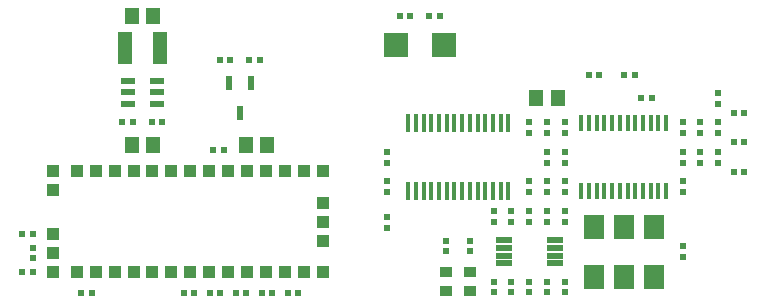
<source format=gtp>
G04 (created by PCBNEW (2013-07-07 BZR 4022)-stable) date 3/11/2014 9:35:09 AM*
%MOIN*%
G04 Gerber Fmt 3.4, Leading zero omitted, Abs format*
%FSLAX34Y34*%
G01*
G70*
G90*
G04 APERTURE LIST*
%ADD10C,0.00590551*%
%ADD11R,0.0476378X0.0232283*%
%ADD12R,0.0232283X0.0476378*%
%ADD13R,0.0161417X0.061811*%
%ADD14R,0.0161417X0.057874*%
%ADD15R,0.0559055X0.0185039*%
%ADD16R,0.0244094X0.0244094*%
%ADD17R,0.0708661X0.0787402*%
%ADD18R,0.0393701X0.0374016*%
%ADD19R,0.0452756X0.106299*%
%ADD20R,0.0452756X0.0570866*%
%ADD21R,0.0393701X0.0393701*%
%ADD22R,0.0811024X0.0791339*%
G04 APERTURE END LIST*
G54D10*
G54D11*
X3935Y-2775D03*
X4923Y-2775D03*
X3935Y-3523D03*
X3935Y-3149D03*
X4923Y-3523D03*
X4923Y-3149D03*
G54D12*
X8051Y-2852D03*
X7677Y-3840D03*
X7303Y-2852D03*
G54D13*
X13297Y-6444D03*
X16624Y-6444D03*
X16624Y-4185D03*
X13297Y-4185D03*
X13553Y-6444D03*
X16368Y-6444D03*
X16368Y-4185D03*
X13553Y-4185D03*
X13809Y-6444D03*
X16112Y-6444D03*
X16112Y-4185D03*
X13809Y-4185D03*
X14064Y-6444D03*
X15856Y-6444D03*
X15856Y-4185D03*
X14064Y-4185D03*
X14320Y-6444D03*
X15600Y-6444D03*
X15600Y-4185D03*
X14320Y-4185D03*
X14576Y-6444D03*
X15344Y-6444D03*
X15344Y-4185D03*
X14576Y-4185D03*
X14832Y-6444D03*
X15088Y-6444D03*
X15088Y-4185D03*
X14832Y-4185D03*
G54D14*
X19064Y-6444D03*
X19320Y-6444D03*
X19576Y-6444D03*
X19832Y-6444D03*
X20088Y-6444D03*
X20344Y-6444D03*
X20600Y-6444D03*
X20856Y-6444D03*
X21112Y-6444D03*
X21368Y-6444D03*
X21624Y-6444D03*
X21879Y-6444D03*
X21879Y-4185D03*
X21624Y-4185D03*
X21368Y-4185D03*
X21112Y-4185D03*
X20856Y-4185D03*
X20600Y-4185D03*
X20344Y-4185D03*
X20088Y-4185D03*
X19832Y-4185D03*
X19576Y-4185D03*
X19320Y-4185D03*
X19064Y-4185D03*
G54D15*
X16470Y-8080D03*
X16470Y-8336D03*
X16470Y-8592D03*
X16470Y-8848D03*
X18175Y-8848D03*
X18175Y-8592D03*
X18175Y-8336D03*
X18175Y-8080D03*
G54D16*
X17322Y-7460D03*
X17322Y-7106D03*
X18503Y-4507D03*
X18503Y-4153D03*
X23031Y-5137D03*
X23031Y-5492D03*
X4744Y-4133D03*
X5098Y-4133D03*
X22440Y-5492D03*
X22440Y-5137D03*
X12598Y-5137D03*
X12598Y-5492D03*
X16141Y-7106D03*
X16141Y-7460D03*
X16732Y-9468D03*
X16732Y-9822D03*
X17913Y-9822D03*
X17913Y-9468D03*
X7992Y-2066D03*
X8346Y-2066D03*
X7362Y-2066D03*
X7007Y-2066D03*
G54D17*
X19472Y-9291D03*
X20472Y-9291D03*
X21472Y-9291D03*
X21472Y-7637D03*
X20472Y-7637D03*
X19472Y-7637D03*
G54D18*
X14566Y-9133D03*
X14566Y-9763D03*
X15354Y-9133D03*
X15354Y-9763D03*
G54D19*
X5019Y-1673D03*
X3838Y-1673D03*
G54D16*
X20492Y-2559D03*
X20846Y-2559D03*
X19665Y-2559D03*
X19311Y-2559D03*
X767Y-7874D03*
X413Y-7874D03*
X5807Y-9842D03*
X6161Y-9842D03*
X23622Y-4153D03*
X23622Y-4507D03*
X23622Y-5137D03*
X23622Y-5492D03*
X21062Y-3346D03*
X21417Y-3346D03*
X767Y-9133D03*
X413Y-9133D03*
X8759Y-9842D03*
X8405Y-9842D03*
G54D20*
X4783Y-4921D03*
X4074Y-4921D03*
X4783Y-590D03*
X4074Y-590D03*
X7874Y-4921D03*
X8582Y-4921D03*
G54D16*
X12598Y-6122D03*
X12598Y-6476D03*
X13996Y-590D03*
X14350Y-590D03*
X787Y-8326D03*
X787Y-8681D03*
X24133Y-5807D03*
X24488Y-5807D03*
X13366Y-590D03*
X13011Y-590D03*
X4114Y-4133D03*
X3759Y-4133D03*
X16732Y-7106D03*
X16732Y-7460D03*
X17913Y-7460D03*
X17913Y-7106D03*
X16141Y-9468D03*
X16141Y-9822D03*
X17322Y-9822D03*
X17322Y-9468D03*
X18503Y-9468D03*
X18503Y-9822D03*
X17322Y-4153D03*
X17322Y-4507D03*
X6673Y-9842D03*
X7027Y-9842D03*
X7893Y-9842D03*
X7539Y-9842D03*
X6791Y-5078D03*
X7145Y-5078D03*
X17322Y-6122D03*
X17322Y-6476D03*
X18503Y-5137D03*
X18503Y-5492D03*
X17913Y-5137D03*
X17913Y-5492D03*
X17913Y-4153D03*
X17913Y-4507D03*
X18503Y-6122D03*
X18503Y-6476D03*
X2736Y-9842D03*
X2381Y-9842D03*
X17913Y-6122D03*
X17913Y-6476D03*
X22440Y-6122D03*
X22440Y-6476D03*
X23031Y-4507D03*
X23031Y-4153D03*
X22440Y-4507D03*
X22440Y-4153D03*
X23622Y-3169D03*
X23622Y-3523D03*
X24133Y-3838D03*
X24488Y-3838D03*
X24133Y-4822D03*
X24488Y-4822D03*
X9271Y-9842D03*
X9625Y-9842D03*
X22440Y-8287D03*
X22440Y-8641D03*
X18503Y-7460D03*
X18503Y-7106D03*
G54D21*
X1456Y-9133D03*
X1456Y-8503D03*
X1456Y-7874D03*
X2244Y-9133D03*
X2874Y-9133D03*
X3503Y-9133D03*
X4133Y-9133D03*
X4763Y-9133D03*
X5393Y-9133D03*
X6023Y-9133D03*
X6653Y-9133D03*
X7283Y-9133D03*
X7913Y-9133D03*
X8543Y-9133D03*
X9173Y-9133D03*
X9803Y-9133D03*
X10433Y-9133D03*
X10433Y-8090D03*
X10433Y-7460D03*
X10433Y-6830D03*
X10433Y-5787D03*
X9803Y-5787D03*
X9173Y-5787D03*
X8543Y-5787D03*
X7913Y-5787D03*
X7283Y-5787D03*
X6653Y-5787D03*
X6023Y-5787D03*
X5393Y-5787D03*
X4763Y-5787D03*
X4133Y-5787D03*
X3503Y-5787D03*
X2874Y-5787D03*
X2244Y-5787D03*
X1456Y-5787D03*
X1456Y-6417D03*
G54D16*
X12598Y-7657D03*
X12598Y-7303D03*
G54D22*
X12883Y-1574D03*
X14478Y-1574D03*
G54D20*
X18267Y-3346D03*
X17559Y-3346D03*
G54D16*
X14566Y-8444D03*
X14566Y-8090D03*
X15354Y-8444D03*
X15354Y-8090D03*
M02*

</source>
